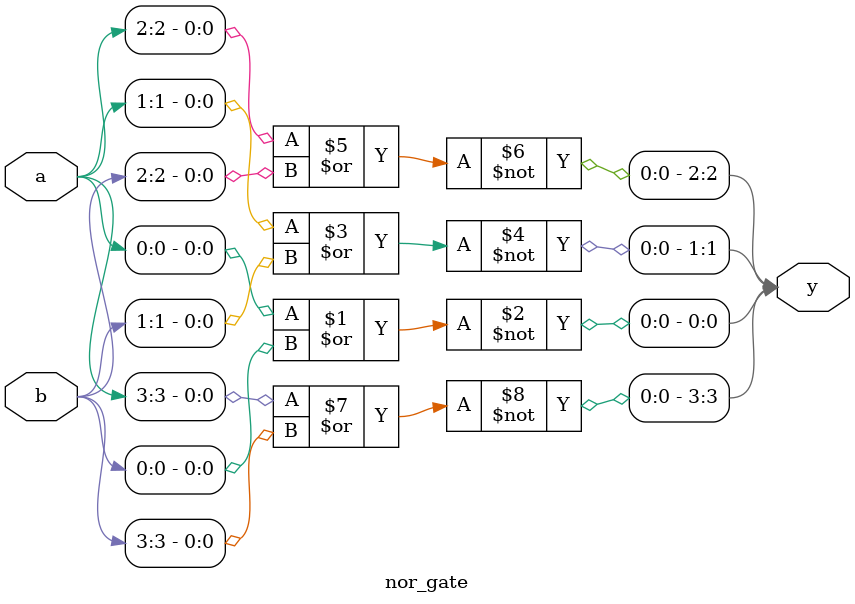
<source format=v>

module nor_gate (
    input  [3:0] a,
    input  [3:0] b,
    output [3:0] y
);

    assign y[0] = ~(a[0] | b[0]);
    assign y[1] = ~(a[1] | b[1]);
    assign y[2] = ~(a[2] | b[2]);
    assign y[3] = ~(a[3] | b[3]);

endmodule
</source>
